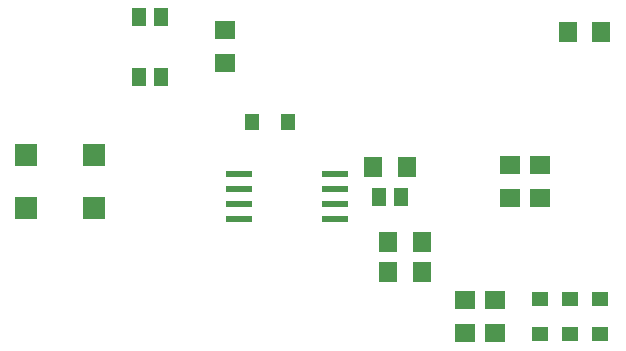
<source format=gbp>
G75*
%MOIN*%
%OFA0B0*%
%FSLAX24Y24*%
%IPPOS*%
%LPD*%
%AMOC8*
5,1,8,0,0,1.08239X$1,22.5*
%
%ADD10R,0.0630X0.0710*%
%ADD11R,0.0512X0.0591*%
%ADD12R,0.0709X0.0630*%
%ADD13R,0.0551X0.0472*%
%ADD14R,0.0750X0.0750*%
%ADD15R,0.0472X0.0551*%
%ADD16R,0.0870X0.0240*%
%ADD17R,0.0630X0.0709*%
D10*
X015540Y010462D03*
X016660Y010462D03*
X017160Y007962D03*
X017160Y006962D03*
X016040Y006962D03*
X016040Y007962D03*
D11*
X015726Y009462D03*
X016474Y009462D03*
X008474Y013462D03*
X007726Y013462D03*
X007726Y015462D03*
X008474Y015462D03*
D12*
X010600Y015014D03*
X010600Y013911D03*
X020100Y010514D03*
X021100Y010514D03*
X021100Y009411D03*
X020100Y009411D03*
X019600Y006014D03*
X018600Y006014D03*
X018600Y004911D03*
X019600Y004911D03*
D13*
X021100Y004872D03*
X022100Y004872D03*
X023100Y004872D03*
X023100Y006053D03*
X022100Y006053D03*
X021100Y006053D03*
D14*
X006225Y009087D03*
X003975Y009087D03*
X003975Y010837D03*
X006225Y010837D03*
D15*
X011509Y011962D03*
X012691Y011962D03*
D16*
X011070Y008712D03*
X011070Y009212D03*
X011070Y009712D03*
X011070Y010212D03*
X014255Y010212D03*
X014255Y009712D03*
X014255Y009212D03*
X014255Y008712D03*
D17*
X022049Y014962D03*
X023151Y014962D03*
M02*

</source>
